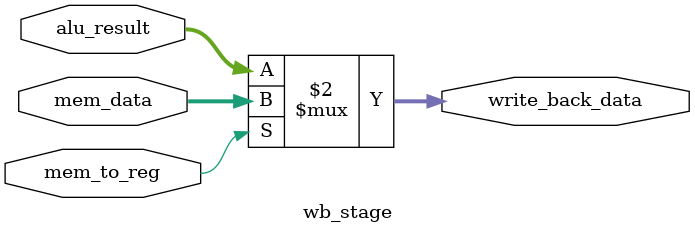
<source format=v>

module wb_stage(input [31:0] alu_result, mem_data, input mem_to_reg, output reg [31:0] write_back_data);
    always @(*) begin
        write_back_data = mem_to_reg ? mem_data : alu_result;
    end
endmodule

</source>
